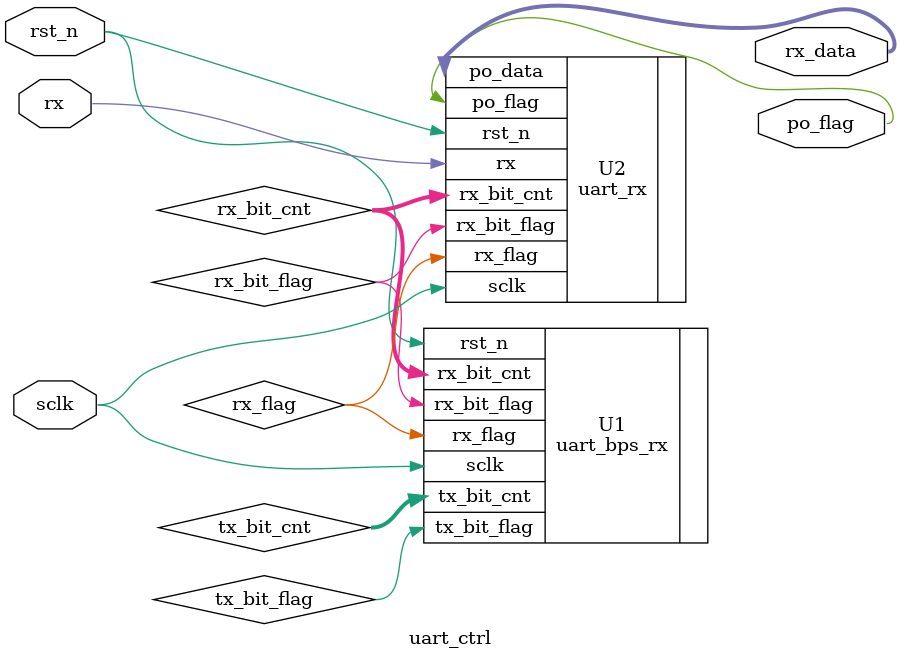
<source format=v>
module		uart_ctrl(
		input		wire				sclk		,
		input		wire				rst_n		, 
		input		wire				rx      ,	//tx²¢ÐÐ°ËÎ»Êý¾Ý
		output	wire				po_flag	,
		output	wire[7:0]		rx_data		
);

wire					rx_bit_flag		;//to		U2 
wire[3:0]			rx_bit_cnt		;//to  	U2
wire					tx_bit_flag		;//to		U3 
wire[3:0]			tx_bit_cnt	  ;//to 	U3 
wire					rx_flag				;//to 	U1
		
//bpsÀý»¯
uart_bps_rx	U1(
.sclk					(sclk				),//from top
.rst_n				(rst_n			),//from top
.rx_flag			(rx_flag		),//from U2   
//.tx_flag			(tx_flag		),
.rx_bit_flag	(rx_bit_flag),//to	U2
.rx_bit_cnt		(rx_bit_cnt	),//to  U2 
.tx_bit_flag	(tx_bit_flag), 
.tx_bit_cnt	  (tx_bit_cnt	) 

);

//rxÀý»¯
uart_rx	U2(
.sclk				(sclk				),//from	top
.rst_n			(rst_n			),//from	top
.rx					(rx					),//from	top
.rx_bit_cnt	(rx_bit_cnt	),//from	U1
.rx_bit_flag(rx_bit_flag),//from	U1
.po_data		(rx_data		),//to		top	 
.rx_flag		(rx_flag		),//to 		U1
.po_flag		(po_flag		)	//to 		top
);


endmodule
</source>
